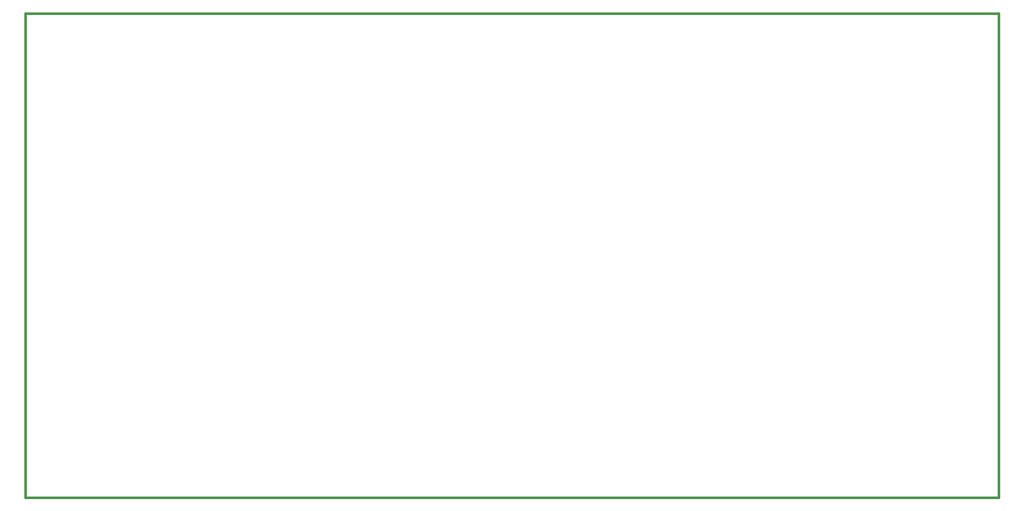
<source format=gm1>
G04 #@! TF.FileFunction,Profile,NP*
%FSLAX46Y46*%
G04 Gerber Fmt 4.6, Leading zero omitted, Abs format (unit mm)*
G04 Created by KiCad (PCBNEW 4.0.5+dfsg1-4) date Wed May 24 14:07:58 2017*
%MOMM*%
%LPD*%
G01*
G04 APERTURE LIST*
%ADD10C,0.150000*%
%ADD11C,0.381000*%
G04 APERTURE END LIST*
D10*
D11*
X76200000Y-62865000D02*
X76200000Y-142240000D01*
X235585000Y-62865000D02*
X76200000Y-62865000D01*
X235585000Y-142240000D02*
X235585000Y-62865000D01*
X76200000Y-142240000D02*
X235585000Y-142240000D01*
M02*

</source>
